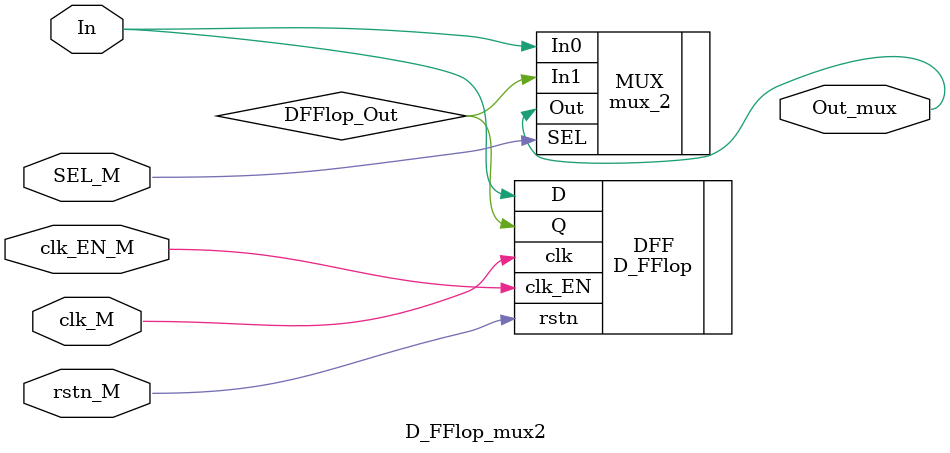
<source format=v>
`define ASYNC     0
`define SYNC      1
module D_FFlop_mux2(In, SEL_M, rstn_M, clk_EN_M, clk_M, Out_mux);
parameter RST_TYPE_M = `SYNC,
          WIDTH_M    = 1;

input [WIDTH_M-1 : 0] In;
input rstn_M, clk_EN_M, clk_M;
input SEL_M;
output [WIDTH_M-1 : 0] Out_mux;

wire [WIDTH_M-1 : 0] DFFlop_Out;

//Modules instantiation
D_FFlop #(.RST_TYPE(RST_TYPE_M), .WIDTH(WIDTH_M)) DFF(
    .D(In), .rstn(rstn_M), .clk_EN(clk_EN_M), .clk(clk_M), .Q(DFFlop_Out)
);

mux_2 #(.WIDTH(WIDTH_M)) MUX(
    .In0(In), .In1(DFFlop_Out), .SEL(SEL_M), .Out(Out_mux)
);



endmodule
</source>
